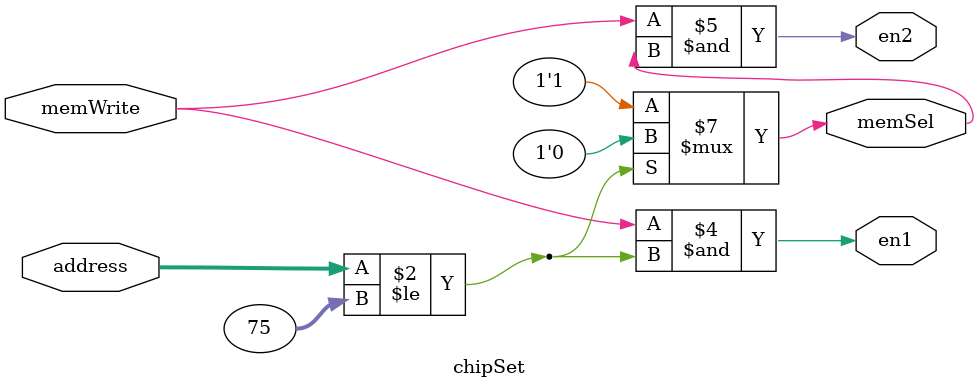
<source format=sv>
module chipSet(input [18:0] address,input memWrite,output en1,en2, output logic memSel);

	always_comb begin
		if(address<=75)memSel=0;
		else memSel=1;
	end
	
	assign en1= memWrite & !memSel;
	assign en2= memWrite & memSel;

endmodule 
</source>
